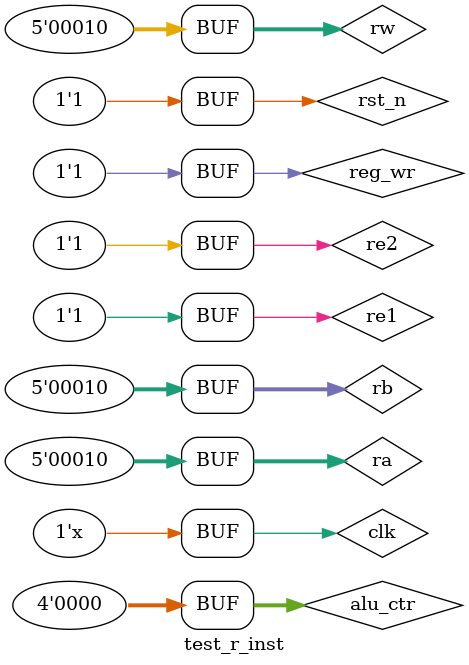
<source format=v>
`timescale 1ns / 1ps


module test_r_inst;

    reg clk;
    reg rst_n;
    
    reg [4:0]        rw;       // Ð´ÈëµØÖ·
    wire [31:0]       bus_w;   // Ð´ÈëÊý¾Ý
    reg              reg_wr;  // Ð´Ê¹ÄÜ

    reg [4:0]        ra;      // ¶ÁµØÖ·
    reg              re1;     // Á÷Ë®ÏßÓÅ»¯
    wire [31:0] bus_a;          // ¶Á³öÊý¾Ý

    reg [4:0]        rb;      // ¶ÁµØÖ·
    reg              re2;     //Á÷Ë®ÏßÓÅ»¯
    wire [31:0] bus_b;          // ¶ÁÊý¾Ý
    
    reg [3:0]          alu_ctr;
    //reg [31:0]         regA_i,regB_i;
    
    //wire [31:0]        res_o;
    wire               zero;
        
    initial begin
        clk = 0;
        rst_n = 0;
        #100;
        rst_n = 1'b1;
        reg_wr = 1'b1;
        //rw = 5'b00001;
        //bus_w = 32'b0000_0000_0000_0000_0000_0000_0000_0001;
        
        #100
        re1 = 1'b1;
        re2 = 1'b1;
        
        alu_ctr = 4'b0000;
        rw = 5'b00010;
        ra = 5'b00001;
        rb = 5'b00001;
        
        #100
        ra = 5'b00010;
        rb = 5'b00010;
        
    end
    always #20 clk = ~clk;
    
    reg_file reg_file0(
        .rst_n(rst_n),
        .clk(clk),
        
        .rw(rw),
        .bus_w(bus_w),
        .reg_wr(reg_wr),
        
        .ra(ra),
        .re1(re1),
        .bus_a(bus_a),
        
        .rb(rb),
        .re2(re2),
        .bus_b(bus_b)
        );
        
    alu_top alu_top0(
        .regA_i(bus_a), 
        .regB_i(bus_b), 
        .alu_ctr(alu_ctr), 
        .res_o(bus_w), 
        .zero(zero)
        );

endmodule


</source>
